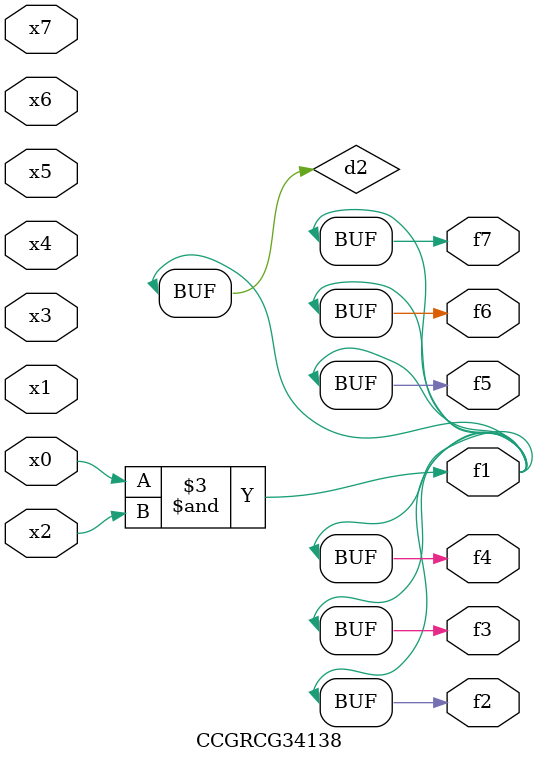
<source format=v>
module CCGRCG34138(
	input x0, x1, x2, x3, x4, x5, x6, x7,
	output f1, f2, f3, f4, f5, f6, f7
);

	wire d1, d2;

	nor (d1, x3, x6);
	and (d2, x0, x2);
	assign f1 = d2;
	assign f2 = d2;
	assign f3 = d2;
	assign f4 = d2;
	assign f5 = d2;
	assign f6 = d2;
	assign f7 = d2;
endmodule

</source>
